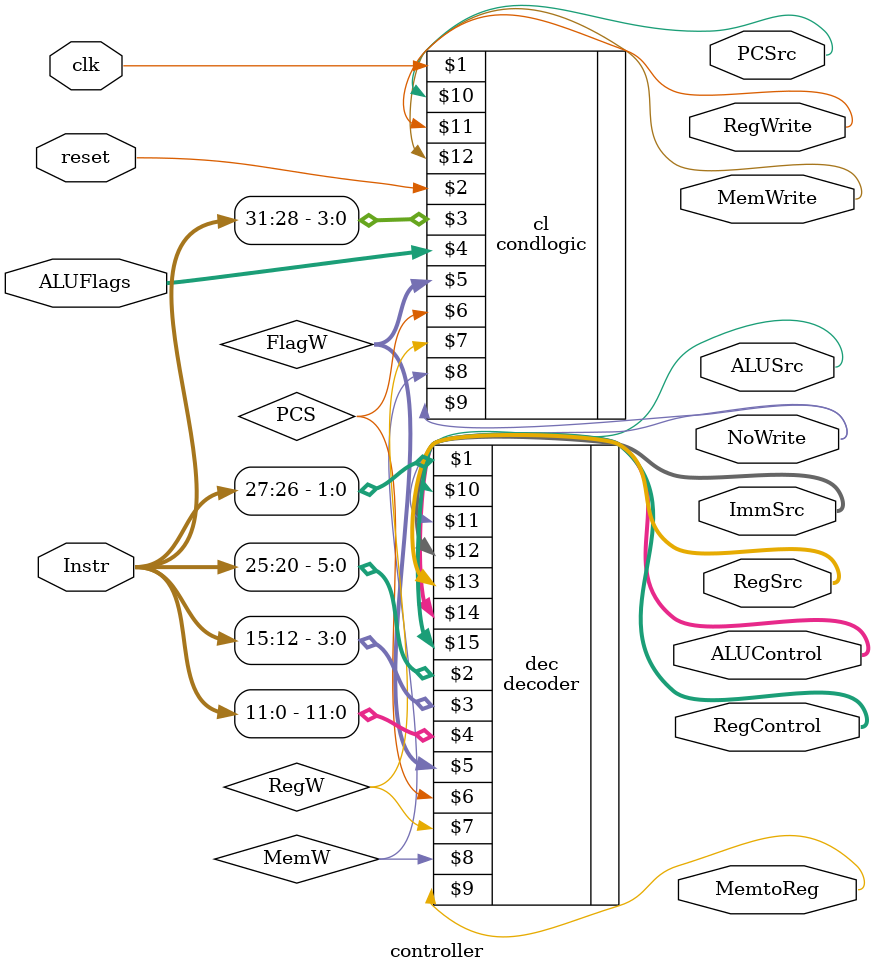
<source format=sv>
`include "decoder.sv"
`include "condLogic.sv"

module controller(input logic clk, reset,
                  input logic [31:0] Instr,
                  input logic [3:0] ALUFlags,
                  output logic [1:0] RegSrc,
                  output logic RegWrite,
                  output logic [1:0] ImmSrc,
                  output logic ALUSrc, NoWrite,
                  output logic [3:0] ALUControl,
                  output logic [1:0] RegControl,
                  output logic MemWrite, MemtoReg,
                  output logic PCSrc);
    logic [1:0] FlagW;
    logic PCS, RegW, MemW;
    decoder dec(Instr[27:26], Instr[25:20], Instr[15:12], Instr[11:0], FlagW, PCS,
     RegW, MemW, MemtoReg, ALUSrc, NoWrite, ImmSrc, RegSrc, ALUControl, RegControl);
    condlogic cl(clk, reset, Instr[31:28], ALUFlags, FlagW, PCS, RegW, MemW, NoWrite, PCSrc, RegWrite, MemWrite); 
endmodule
</source>
